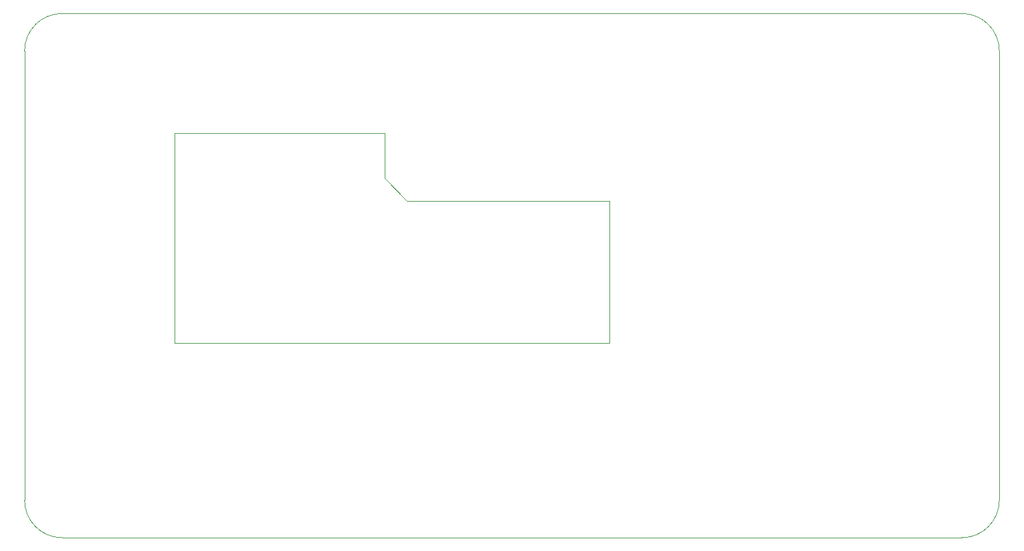
<source format=gm1>
G04 #@! TF.GenerationSoftware,KiCad,Pcbnew,(5.1.10)-1*
G04 #@! TF.CreationDate,2021-10-31T21:23:51-04:00*
G04 #@! TF.ProjectId,Hardware-YurtThermostat,48617264-7761-4726-952d-597572745468,rev?*
G04 #@! TF.SameCoordinates,Original*
G04 #@! TF.FileFunction,Profile,NP*
%FSLAX46Y46*%
G04 Gerber Fmt 4.6, Leading zero omitted, Abs format (unit mm)*
G04 Created by KiCad (PCBNEW (5.1.10)-1) date 2021-10-31 21:23:51*
%MOMM*%
%LPD*%
G01*
G04 APERTURE LIST*
G04 #@! TA.AperFunction,Profile*
%ADD10C,0.050000*%
G04 #@! TD*
G04 APERTURE END LIST*
D10*
X138000000Y-66000000D02*
X110000000Y-66000000D01*
X138000000Y-72000000D02*
X138000000Y-66000000D01*
X141000000Y-75000000D02*
X138000000Y-72000000D01*
X168000000Y-75000000D02*
X141000000Y-75000000D01*
X168000000Y-94000000D02*
X168000000Y-75000000D01*
X110000000Y-94000000D02*
X168000000Y-94000000D01*
X110000000Y-66000000D02*
X110000000Y-94000000D01*
X215000000Y-50000000D02*
G75*
G02*
X220000000Y-55000000I0J-5000000D01*
G01*
X220000000Y-115000000D02*
G75*
G02*
X215000000Y-120000000I-5000000J0D01*
G01*
X95000000Y-120000000D02*
G75*
G02*
X90000000Y-115000000I0J5000000D01*
G01*
X90000000Y-55000000D02*
G75*
G02*
X95000000Y-50000000I5000000J0D01*
G01*
X90000000Y-115000000D02*
X90000000Y-55000000D01*
X215000000Y-120000000D02*
X95000000Y-120000000D01*
X220000000Y-55000000D02*
X220000000Y-115000000D01*
X95000000Y-50000000D02*
X215000000Y-50000000D01*
M02*

</source>
